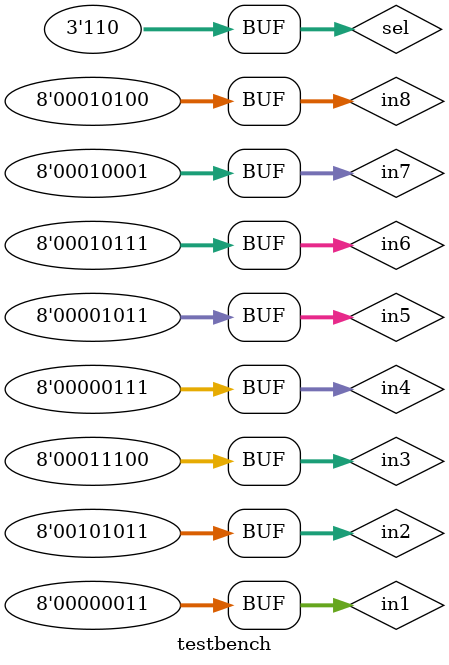
<source format=v>
module testbench;
	`timescale 1ns/1ps
	reg [7:0]in1,in2,in3,in4,in5,in6,in7,in8;
	reg [2:0] sel;
	wire [7:0] out;
	
	mux81 mx(out,in1,in2,in3,in4,in5,in6,in7,in8,sel);
	
	initial
		begin
			in1=8'd3; in2=8'd43; in3=8'd28; in4=8'd7; in5=8'd11; in6=8'd23; in7=8'd17; in8=8'd20; sel=3'b001;
			#10
			in1=8'd3; in2=8'd43; in3=8'd28; in4=8'd7; in5=8'd11; in6=8'd23; in7=8'd17; in8=8'd20; sel=3'b010;
			#10
			in1=8'd3; in2=8'd43; in3=8'd28; in4=8'd7; in5=8'd11; in6=8'd23; in7=8'd17; in8=8'd20; sel=3'b100;
			#10
			in1=8'd3; in2=8'd43; in3=8'd28; in4=8'd7; in5=8'd11; in6=8'd23; in7=8'd17; in8=8'd20; sel=3'b110;
		end
	initial 
		$monitor($time," in1 = %d in2 = %d in3 = %d in4 = %d in5 = %d in6 = %d in7 = %d in8 = %d ** out = %d sel = %d",in1,in2,in3,in4,in5,in6,in7,in8,out,sel);
endmodule 
</source>
